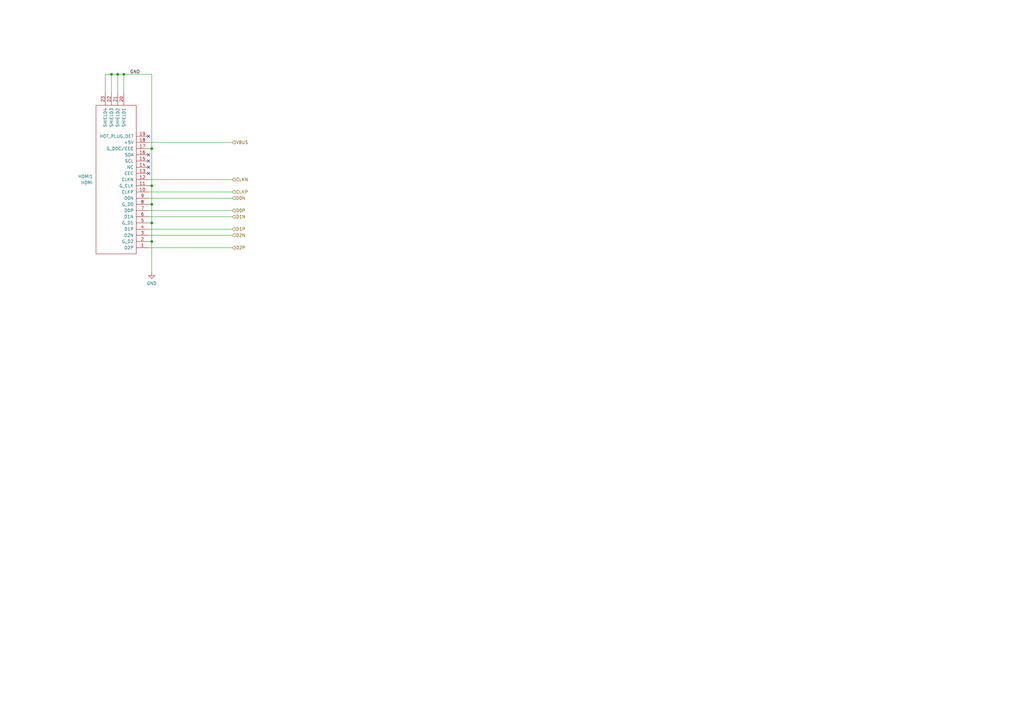
<source format=kicad_sch>
(kicad_sch (version 20250114) (generator "eeschema") (generator_version "9.0")
  (paper "A3")
  (title_block (title "HDMI to VGA Passive Adapter") (date "2025-03-04") (rev "2.01") (company "Mikhail Matveev") (comment 1 "https://github.com/xtremespb/frank"))
  (lib_symbols
    (symbol "R40:HDMI" (pin_names (offset 1.016))
      (property "Reference" "CN" (at -1.27 16.51 0))
      (property "Value" "HDMI" (at 7.62 16.51 0))
      (symbol "HDMI_0_1"
        (rectangle (start -5.08 15.24) (end 11.43 -45.72))
      )
      (symbol "HDMI_1_1"
        (pin input line (at -10.16 12.7 0) (length 5.08) (name "D2P") (number "1"))
        (pin input line (at -10.16 10.16 0) (length 5.08) (name "G_D2") (number "2"))
        (pin input line (at -10.16 7.62 0) (length 5.08) (name "D2N") (number "3"))
        (pin input line (at -10.16 5.08 0) (length 5.08) (name "D1P") (number "4"))
        (pin input line (at -10.16 2.54 0) (length 5.08) (name "G_D1") (number "5"))
        (pin input line (at -10.16 0 0) (length 5.08) (name "D1N") (number "6"))
        (pin input line (at -10.16 -2.54 0) (length 5.08) (name "D0P") (number "7"))
        (pin input line (at -10.16 -5.08 0) (length 5.08) (name "G_D0") (number "8"))
        (pin input line (at -10.16 -7.62 0) (length 5.08) (name "D0N") (number "9"))
        (pin input line (at -10.16 -10.16 0) (length 5.08) (name "CLKP") (number "10"))
        (pin input line (at -10.16 -12.7 0) (length 5.08) (name "G_CLK") (number "11"))
        (pin input line (at -10.16 -15.24 0) (length 5.08) (name "CLKN") (number "12"))
        (pin input line (at -10.16 -17.78 0) (length 5.08) (name "CEC") (number "13"))
        (pin input line (at -10.16 -20.32 0) (length 5.08) (name "NC") (number "14"))
        (pin input line (at -10.16 -22.86 0) (length 5.08) (name "SCL") (number "15"))
        (pin input line (at -10.16 -25.4 0) (length 5.08) (name "SDA") (number "16"))
        (pin input line (at -10.16 -27.94 0) (length 5.08) (name "G_DDC/CEC") (number "17"))
        (pin input line (at -10.16 -30.48 0) (length 5.08) (name "+5V") (number "18"))
        (pin input line (at -10.16 -33.02 0) (length 5.08) (name "HOT_PLUG_DET") (number "19"))
        (pin input line (at 0 -50.8 90) (length 5.08) (name "SHIELD1") (number "20"))
        (pin input line (at 2.54 -50.8 90) (length 5.08) (name "SHIELD2") (number "21"))
        (pin input line (at 5.08 -50.8 90) (length 5.08) (name "SHIELD3") (number "22"))
        (pin input line (at 7.62 -50.8 90) (length 5.08) (name "SHIELD4") (number "23"))
      )
    )
    (symbol "power:GND" (power) (pin_numbers (hide yes)) (pin_names (offset 0) (hide yes))
      (property "Value" "GND" (at 0 -3.81 0))
      (symbol "GND_0_1"
        (polyline (pts (xy 0 0) (xy 0 -1.27) (xy 1.27 -1.27) (xy 0 -2.54) (xy -1.27 -1.27) (xy 0 -1.27)))
      )
      (symbol "GND_1_1"
        (pin power_in line (at 0 0 270) (length 0) (name "~") (number "1"))
      )
    )
  )
  (junction (at 62.23 60.96))
  (junction (at 62.23 91.44))
  (junction (at 50.8 30.48))
  (junction (at 48.26 30.48))
  (junction (at 45.72 30.48))
  (junction (at 62.23 83.82))
  (junction (at 62.23 76.2))
  (junction (at 62.23 99.06))
  (no_connect (at 60.96 55.88))
  (no_connect (at 60.96 63.5))
  (no_connect (at 60.96 66.04))
  (no_connect (at 60.96 68.58))
  (no_connect (at 60.96 71.12))
  (wire (pts (xy 50.8 30.48) (xy 50.8 38.1)))
  (wire (pts (xy 60.96 91.44) (xy 62.23 91.44)))
  (wire (pts (xy 60.96 86.36) (xy 95.25 86.36)))
  (wire (pts (xy 60.96 99.06) (xy 62.23 99.06)))
  (wire (pts (xy 48.26 30.48) (xy 48.26 38.1)))
  (wire (pts (xy 60.96 78.74) (xy 95.25 78.74)))
  (wire (pts (xy 62.23 99.06) (xy 62.23 111.76)))
  (wire (pts (xy 60.96 93.98) (xy 95.25 93.98)))
  (wire (pts (xy 62.23 76.2) (xy 62.23 83.82)))
  (wire (pts (xy 45.72 30.48) (xy 43.18 30.48)))
  (wire (pts (xy 60.96 83.82) (xy 62.23 83.82)))
  (wire (pts (xy 62.23 83.82) (xy 62.23 91.44)))
  (wire (pts (xy 60.96 81.28) (xy 95.25 81.28)))
  (wire (pts (xy 62.23 91.44) (xy 62.23 99.06)))
  (wire (pts (xy 60.96 88.9) (xy 95.25 88.9)))
  (wire (pts (xy 45.72 30.48) (xy 45.72 38.1)))
  (wire (pts (xy 60.96 76.2) (xy 62.23 76.2)))
  (wire (pts (xy 43.18 30.48) (xy 43.18 38.1)))
  (wire (pts (xy 60.96 73.66) (xy 95.25 73.66)))
  (wire (pts (xy 62.23 30.48) (xy 50.8 30.48)))
  (wire (pts (xy 60.96 60.96) (xy 62.23 60.96)))
  (wire (pts (xy 62.23 76.2) (xy 62.23 60.96)))
  (wire (pts (xy 50.8 30.48) (xy 48.26 30.48)))
  (wire (pts (xy 60.96 101.6) (xy 95.25 101.6)))
  (wire (pts (xy 62.23 60.96) (xy 62.23 30.48)))
  (wire (pts (xy 48.26 30.48) (xy 45.72 30.48)))
  (wire (pts (xy 60.96 58.42) (xy 95.25 58.42)))
  (wire (pts (xy 60.96 96.52) (xy 95.25 96.52)))
  (label "GND" (at 53.34 30.48 0))
  (hierarchical_label "D2N" (shape input) (at 95.25 96.52 0))
  (hierarchical_label "D0P" (shape input) (at 95.25 86.36 0))
  (hierarchical_label "D1N" (shape input) (at 95.25 88.9 0))
  (hierarchical_label "CLKP" (shape input) (at 95.25 78.74 0))
  (hierarchical_label "D2P" (shape input) (at 95.25 101.6 0))
  (hierarchical_label "VBUS" (shape input) (at 95.25 58.42 0))
  (hierarchical_label "D0N" (shape input) (at 95.25 81.28 0))
  (hierarchical_label "CLKN" (shape input) (at 95.25 73.66 0))
  (hierarchical_label "D1P" (shape input) (at 95.25 93.98 0))
  (symbol (lib_id "power:GND") (at 62.23 111.76 0) (unit 1)
    (property "Reference" "#PWR02" (effects (hide yes)))
    (property "Value" "GND" (at 62.23 116.2034 0))
    (property "Description" "Power symbol creates a global label with name \"GND\" , ground" (effects (hide yes)))
  )
  (symbol (lib_id "R40:HDMI") (at 50.8 88.9 180) (unit 1)
    (property "Reference" "HDMI1" (at 38.1 72.3899 0) (effects (justify left)))
    (property "Value" "HDMI" (at 38.1 74.9299 0) (effects (justify left)))
    (property "Footprint" "FRANK:HDMI (male)" (effects (hide yes)))
  )
)
</source>
